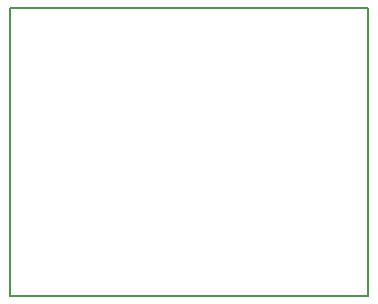
<source format=gm1>
G04 MADE WITH FRITZING*
G04 WWW.FRITZING.ORG*
G04 DOUBLE SIDED*
G04 HOLES PLATED*
G04 CONTOUR ON CENTER OF CONTOUR VECTOR*
%ASAXBY*%
%FSLAX23Y23*%
%MOIN*%
%OFA0B0*%
%SFA1.0B1.0*%
%ADD10R,1.200790X0.966382*%
%ADD11C,0.008000*%
%ADD10C,0.008*%
%LNCONTOUR*%
G90*
G70*
G54D10*
G54D11*
X4Y962D02*
X1197Y962D01*
X1197Y4D01*
X4Y4D01*
X4Y962D01*
D02*
G04 End of contour*
M02*
</source>
